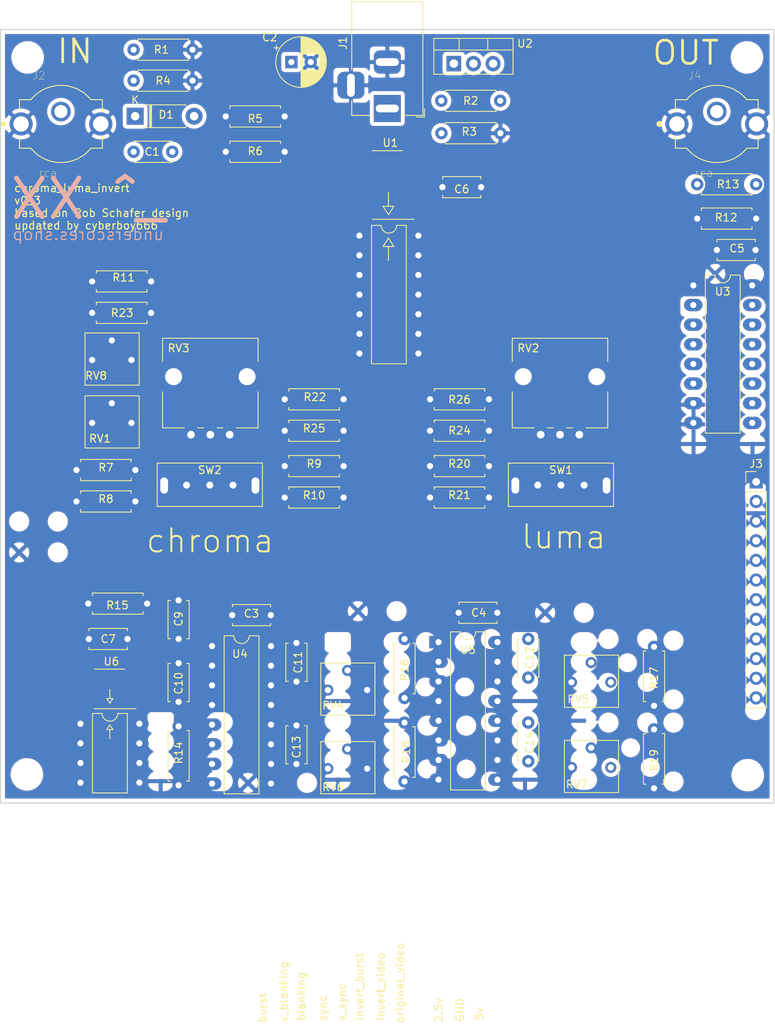
<source format=kicad_pcb>
(kicad_pcb (version 20171130) (host pcbnew 5.1.10)
  (title_block (title chroma_luma_invert) (date 2020-06-13) (company "circuit designed by Rob Schafer"))
  (layers (0 F.Cu signal) (31 B.Cu signal) (34 B.Paste user) (35 F.Paste user) (36 B.SilkS user) (37 F.SilkS user) (38 B.Mask user) (39 F.Mask user) (44 Edge.Cuts user))
  (net 0 "")
  (net 1 "Net-(C1-Pad1)")
  (net 2 "Net-(C1-Pad2)")
  (net 3 GND)
  (net 4 2.5V)
  (net 5 +5V)
  (net 6 original_video)
  (net 7 invert_video)
  (net 8 invert_burst)
  (net 9 sync)
  (net 10 v_sync)
  (net 11 blanking)
  (net 12 v_blanking)
  (net 13 burst_pulse)
  (net 14 "Net-(R2-Pad2)")
  (net 15 "Net-(R10-Pad1)")
  (net 16 "Net-(R16-Pad2)")
  (net 17 "Net-(R18-Pad2)")
  (net 18 /blanking_and_burst/blanking_enable)
  (net 19 "Net-(RV4-Pad3)")
  (net 20 "Net-(SW1-Pad3)")
  (net 21 "Net-(SW2-Pad3)")
  (net 22 "Net-(U3-Pad1)")
  (net 23 "Net-(U3-Pad2)")
  (net 24 "Net-(U3-Pad4)")
  (net 25 "Net-(U3-Pad12)")
  (net 26 "Net-(U3-Pad5)")
  (net 27 "Net-(U1-Pad12)")
  (net 28 "Net-(U5-Pad7)")
  (net 29 "Net-(U6-Pad7)")
  (net 30 "Net-(RV5-Pad3)")
  (net 31 "Net-(RV6-Pad3)")
  (net 32 "Net-(RV7-Pad3)")
  (net 33 "Net-(C9-Pad1)")
  (net 34 "Net-(C10-Pad1)")
  (net 35 "Net-(C11-Pad1)")
  (net 36 "Net-(C11-Pad2)")
  (net 37 "Net-(C12-Pad1)")
  (net 38 "Net-(C12-Pad2)")
  (net 39 "Net-(C13-Pad2)")
  (net 40 "Net-(C13-Pad1)")
  (net 41 "Net-(C14-Pad2)")
  (net 42 "Net-(C14-Pad1)")
  (net 43 "Net-(J3-Pad4)")
  (net 44 "Net-(J4-Pad1)")
  (net 45 "Net-(R5-Pad1)")
  (net 46 "Net-(R12-Pad2)")
  (net 47 "Net-(R12-Pad1)")
  (net 48 "Net-(R17-Pad2)")
  (net 49 "Net-(R19-Pad2)")
  (net 50 "Net-(U4-Pad9)")
  (net 51 "Net-(U4-Pad11)")
  (net 52 "Net-(U4-Pad7)")
  (net 53 "Net-(U5-Pad9)")
  (net 54 "Net-(U5-Pad11)")
  (net 55 "Net-(R7-Pad1)")
  (net 56 "Net-(R8-Pad2)")
  (net 57 "Net-(R10-Pad2)")
  (net 58 "Net-(R11-Pad1)")
  (net 59 "Net-(R20-Pad1)")
  (net 60 "Net-(R22-Pad1)")
  (net 61 "Net-(R23-Pad2)")
  (net 62 "Net-(RV8-Pad1)")
  (module MountingHole:MountingHole_3.2mm_M3 (layer F.Cu) (at 108.712 131.572)
    (fp_text reference REF** hide)
    (fp_text value MountingHole_3.2mm_M3)
    (pad 1 np_thru_hole circle (at 0 0) (size 3.2 3.2) (drill 3.2) (layers *.Cu *.Mask))
  )
  (module MountingHole:MountingHole_3.2mm_M3 (layer F.Cu) (at 201.676 131.572)
    (fp_text reference REF** hide)
    (fp_text value MountingHole_3.2mm_M3)
    (pad 1 np_thru_hole circle (at 0 0) (size 3.2 3.2) (drill 3.2) (layers *.Cu *.Mask))
  )
  (module MountingHole:MountingHole_3.2mm_M3 (layer F.Cu) (at 201.676 38.608)
    (fp_text reference REF** hide)
    (fp_text value MountingHole_3.2mm_M3)
    (pad 1 np_thru_hole circle (at 0 0) (size 3.2 3.2) (drill 3.2) (layers *.Cu *.Mask))
  )
  (module MountingHole:MountingHole_3.2mm_M3 (layer F.Cu) (at 108.712 38.608)
    (fp_text reference REF** hide)
    (fp_text value MountingHole_3.2mm_M3)
    (pad 1 np_thru_hole circle (at 0 0) (size 3.2 3.2) (drill 3.2) (layers *.Cu *.Mask))
  )
  (module Capacitor_THT:C_Disc_D4.7mm_W2.5mm_P5.00mm (layer F.Cu) (at 127.2 50.8 180)
    (fp_text reference C1 (at 2.6 0) (layer F.SilkS))
    (fp_text value 0.1u)
    (pad 1 thru_hole circle (at 0 0 180) (size 1.6 1.6) (drill 0.8) (layers *.Cu *.Mask) (net 1 "Net-(C1-Pad1)"))
    (pad 2 thru_hole circle (at 5 0 180) (size 1.6 1.6) (drill 0.8) (layers *.Cu *.Mask) (net 2 "Net-(C1-Pad2)"))
  )
  (module Capacitor_THT:CP_Radial_D6.3mm_P2.50mm (layer F.Cu) (at 142.6 39.2)
    (fp_text reference C2 (at -2.8 -3.2) (layer F.SilkS))
    (fp_text value 10uf)
    (pad 1 thru_hole rect (at 0 0) (size 1.6 1.6) (drill 0.8) (layers *.Cu *.Mask) (net 5 +5V))
    (pad 2 thru_hole circle (at 2.5 0) (size 1.6 1.6) (drill 0.8) (layers *.Cu *.Mask) (net 3 GND))
  )
  (module Capacitor_THT:C_Disc_D4.7mm_W2.5mm_P5.00mm (layer F.Cu) (at 134.944 110.708)
    (fp_text reference C3 (at 2.5 -0.2) (layer F.SilkS))
    (fp_text value 0.1u)
    (pad 2 thru_hole circle (at 5 0) (size 1.6 1.6) (drill 0.8) (layers *.Cu *.Mask) (net 5 +5V))
    (pad 1 thru_hole circle (at 0 0) (size 1.6 1.6) (drill 0.8) (layers *.Cu *.Mask) (net 3 GND))
  )
  (module Capacitor_THT:C_Disc_D4.7mm_W2.5mm_P5.00mm (layer F.Cu) (at 164.224 110.4)
    (fp_text reference C4 (at 2.6 0) (layer F.SilkS))
    (fp_text value 0.1u)
    (pad 1 thru_hole circle (at 0 0) (size 1.6 1.6) (drill 0.8) (layers *.Cu *.Mask) (net 3 GND))
    (pad 2 thru_hole circle (at 5 0) (size 1.6 1.6) (drill 0.8) (layers *.Cu *.Mask) (net 5 +5V))
  )
  (module Capacitor_THT:C_Disc_D4.7mm_W2.5mm_P5.00mm (layer F.Cu) (at 197.612 63.5)
    (fp_text reference C5 (at 2.6 -0.2) (layer F.SilkS))
    (fp_text value 0.1u)
    (pad 1 thru_hole circle (at 0 0) (size 1.6 1.6) (drill 0.8) (layers *.Cu *.Mask) (net 3 GND))
    (pad 2 thru_hole circle (at 5 0) (size 1.6 1.6) (drill 0.8) (layers *.Cu *.Mask) (net 5 +5V))
  )
  (module Capacitor_THT:C_Disc_D4.7mm_W2.5mm_P5.00mm (layer F.Cu) (at 167.132 55.372 180)
    (fp_text reference C6 (at 2.5 -0.265001) (layer F.SilkS))
    (fp_text value 0.1u)
    (pad 2 thru_hole circle (at 5 0 180) (size 1.6 1.6) (drill 0.8) (layers *.Cu *.Mask) (net 5 +5V))
    (pad 1 thru_hole circle (at 0 0 180) (size 1.6 1.6) (drill 0.8) (layers *.Cu *.Mask) (net 3 GND))
  )
  (module Capacitor_THT:C_Disc_D4.7mm_W2.5mm_P5.00mm (layer F.Cu) (at 121.412 113.792 180)
    (fp_text reference C7 (at 2.5 0) (layer F.SilkS))
    (fp_text value 0.1u)
    (pad 1 thru_hole circle (at 0 0 180) (size 1.6 1.6) (drill 0.8) (layers *.Cu *.Mask) (net 3 GND))
    (pad 2 thru_hole circle (at 5 0 180) (size 1.6 1.6) (drill 0.8) (layers *.Cu *.Mask) (net 5 +5V))
  )
  (module Capacitor_THT:C_Disc_D4.7mm_W2.5mm_P5.00mm (layer F.Cu) (at 128.016 113.792 90)
    (fp_text reference C9 (at 2.6 0 90) (layer F.SilkS))
    (fp_text value 0.1u)
    (pad 2 thru_hole circle (at 5 0 90) (size 1.6 1.6) (drill 0.8) (layers *.Cu *.Mask) (net 6 original_video))
    (pad 1 thru_hole circle (at 0 0 90) (size 1.6 1.6) (drill 0.8) (layers *.Cu *.Mask) (net 33 "Net-(C9-Pad1)"))
  )
  (module Capacitor_THT:C_Disc_D4.7mm_W2.5mm_P5.00mm (layer F.Cu) (at 128.016 121.92 90)
    (fp_text reference C10 (at 2.4 0 90) (layer F.SilkS))
    (fp_text value 0.1u)
    (pad 1 thru_hole circle (at 0 0 90) (size 1.6 1.6) (drill 0.8) (layers *.Cu *.Mask) (net 34 "Net-(C10-Pad1)"))
    (pad 2 thru_hole circle (at 5 0 90) (size 1.6 1.6) (drill 0.8) (layers *.Cu *.Mask) (net 3 GND))
  )
  (module Capacitor_THT:C_Disc_D4.7mm_W2.5mm_P5.00mm (layer F.Cu) (at 143.256 114.3 270)
    (fp_text reference C11 (at 2.5 -0.2 90) (layer F.SilkS))
    (fp_text value 0.1uf)
    (pad 1 thru_hole circle (at 0 0 270) (size 1.6 1.6) (drill 0.8) (layers *.Cu *.Mask) (net 35 "Net-(C11-Pad1)"))
    (pad 2 thru_hole circle (at 5 0 270) (size 1.6 1.6) (drill 0.8) (layers *.Cu *.Mask) (net 36 "Net-(C11-Pad2)"))
  )
  (module Capacitor_THT:C_Disc_D4.7mm_W2.5mm_P5.00mm (layer F.Cu) (at 173.228 113.792 270)
    (fp_text reference C12 (at 2.4 -0.2 90) (layer F.SilkS))
    (fp_text value 0.001u)
    (pad 1 thru_hole circle (at 0 0 270) (size 1.6 1.6) (drill 0.8) (layers *.Cu *.Mask) (net 37 "Net-(C12-Pad1)"))
    (pad 2 thru_hole circle (at 5 0 270) (size 1.6 1.6) (drill 0.8) (layers *.Cu *.Mask) (net 38 "Net-(C12-Pad2)"))
  )
  (module Capacitor_THT:C_Disc_D4.7mm_W2.5mm_P5.00mm (layer F.Cu) (at 143.256 124.968 270)
    (fp_text reference C13 (at 2.8 0 90) (layer F.SilkS))
    (fp_text value 1uf)
    (pad 2 thru_hole circle (at 5 0 270) (size 1.6 1.6) (drill 0.8) (layers *.Cu *.Mask) (net 39 "Net-(C13-Pad2)"))
    (pad 1 thru_hole circle (at 0 0 270) (size 1.6 1.6) (drill 0.8) (layers *.Cu *.Mask) (net 40 "Net-(C13-Pad1)"))
  )
  (module Capacitor_THT:C_Disc_D4.7mm_W2.5mm_P5.00mm (layer F.Cu) (at 173.228 124.6 270)
    (fp_text reference C14 (at 2.6 -0.2 90) (layer F.SilkS))
    (fp_text value 0.001u)
    (pad 2 thru_hole circle (at 5 0 270) (size 1.6 1.6) (drill 0.8) (layers *.Cu *.Mask) (net 41 "Net-(C14-Pad2)"))
    (pad 1 thru_hole circle (at 0 0 270) (size 1.6 1.6) (drill 0.8) (layers *.Cu *.Mask) (net 42 "Net-(C14-Pad1)"))
  )
  (module Diode_THT:D_DO-41_SOD81_P7.62mm_Horizontal (layer F.Cu) (at 122.4 46.2)
    (fp_text reference D1 (at 4 -0.2) (layer F.SilkS))
    (fp_text value 1n914)
    (fp_text user K (at 0 -2.1) (layer F.SilkS))
    (pad 1 thru_hole rect (at 0 0) (size 2.2 2.2) (drill 1.1) (layers *.Cu *.Mask) (net 1 "Net-(C1-Pad1)"))
    (pad 2 thru_hole oval (at 7.62 0) (size 2.2 2.2) (drill 1.1) (layers *.Cu *.Mask) (net 4 2.5V))
  )
  (module Connector_BarrelJack:BarrelJack_Horizontal (layer F.Cu) (at 155 45.2 270)
    (fp_text reference J1 (at -8.45 5.75 90) (layer F.SilkS))
    (fp_text value Barrel_Jack)
    (pad 1 thru_hole rect (at 0 0 270) (size 3.5 3.5) (drill oval 1 3) (layers *.Cu *.Mask) (net 5 +5V))
    (pad 2 thru_hole roundrect (at -6 0 270) (size 3 3.5) (drill oval 1 3) (layers *.Cu *.Mask) (net 3 GND))
    (pad 3 thru_hole roundrect (at -3 4.7 270) (size 3.5 3.5) (drill oval 3 1) (layers *.Cu *.Mask) (net 3 GND))
  )
  (module lib_fp:tht_vertical_rca (layer F.Cu) (at 112.8 47.2)
    (fp_text reference J2 (at -2.84404 -6.24388) (layer F.SilkS) (effects (font (size 1.00143 1.00143) (thickness 0.05))))
    (fp_text value rca (at -1.67672 6.32154) (layer F.SilkS) (effects (font (size 1.00104 1.00104) (thickness 0.05))))
    (pad 2 thru_hole circle (at -5.15 0) (size 3 3) (drill 2) (layers *.Cu *.Mask) (net 3 GND))
    (pad 2 thru_hole circle (at 5.15 0) (size 3 3) (drill 2) (layers *.Cu *.Mask) (net 3 GND))
    (pad 1 thru_hole circle (at 0 -1.6) (size 2.55 2.55) (drill 1.7) (layers *.Cu *.Mask) (net 2 "Net-(C1-Pad2)"))
  )
  (module lib_fp:tht_vertical_rca (layer F.Cu) (at 197.6 47.2)
    (fp_text reference J4 (at -2.84404 -6.24388) (layer F.SilkS) (effects (font (size 1.00143 1.00143) (thickness 0.05))))
    (fp_text value rca (at -1.67672 6.32154) (layer F.SilkS) (effects (font (size 1.00104 1.00104) (thickness 0.05))))
    (pad 1 thru_hole circle (at 0 -1.6) (size 2.55 2.55) (drill 1.7) (layers *.Cu *.Mask) (net 44 "Net-(J4-Pad1)"))
    (pad 2 thru_hole circle (at 5.15 0) (size 3 3) (drill 2) (layers *.Cu *.Mask) (net 3 GND))
    (pad 2 thru_hole circle (at -5.15 0) (size 3 3) (drill 2) (layers *.Cu *.Mask) (net 3 GND))
  )
  (module Resistor_THT:R_Axial_DIN0207_L6.3mm_D2.5mm_P7.62mm_Horizontal (layer F.Cu) (at 122.2 37.6)
    (fp_text reference R1 (at 3.6 0) (layer F.SilkS))
    (fp_text value 75)
    (pad 1 thru_hole circle (at 0 0) (size 1.6 1.6) (drill 0.8) (layers *.Cu *.Mask) (net 2 "Net-(C1-Pad2)"))
    (pad 2 thru_hole oval (at 7.62 0) (size 1.6 1.6) (drill 0.8) (layers *.Cu *.Mask) (net 3 GND))
  )
  (module Resistor_THT:R_Axial_DIN0207_L6.3mm_D2.5mm_P7.62mm_Horizontal (layer F.Cu) (at 169.6 44.2 180)
    (fp_text reference R2 (at 3.81 0) (layer F.SilkS))
    (fp_text value 100)
    (pad 2 thru_hole oval (at 7.62 0 180) (size 1.6 1.6) (drill 0.8) (layers *.Cu *.Mask) (net 14 "Net-(R2-Pad2)"))
    (pad 1 thru_hole circle (at 0 0 180) (size 1.6 1.6) (drill 0.8) (layers *.Cu *.Mask) (net 4 2.5V))
  )
  (module Resistor_THT:R_Axial_DIN0207_L6.3mm_D2.5mm_P7.62mm_Horizontal (layer F.Cu) (at 162 48.4)
    (fp_text reference R3 (at 3.6 -0.2) (layer F.SilkS))
    (fp_text value 100)
    (pad 1 thru_hole circle (at 0 0) (size 1.6 1.6) (drill 0.8) (layers *.Cu *.Mask) (net 14 "Net-(R2-Pad2)"))
    (pad 2 thru_hole oval (at 7.62 0) (size 1.6 1.6) (drill 0.8) (layers *.Cu *.Mask) (net 3 GND))
  )
  (module Resistor_THT:R_Axial_DIN0207_L6.3mm_D2.5mm_P7.62mm_Horizontal (layer F.Cu) (at 122.2 41.6)
    (fp_text reference R4 (at 3.81 0) (layer F.SilkS))
    (fp_text value 1m)
    (pad 1 thru_hole circle (at 0 0) (size 1.6 1.6) (drill 0.8) (layers *.Cu *.Mask) (net 1 "Net-(C1-Pad1)"))
    (pad 2 thru_hole oval (at 7.62 0) (size 1.6 1.6) (drill 0.8) (layers *.Cu *.Mask) (net 3 GND))
  )
  (module Resistor_THT:R_Axial_DIN0207_L6.3mm_D2.5mm_P7.62mm_Horizontal (layer F.Cu) (at 141.732 46.228 180)
    (fp_text reference R5 (at 3.81 -0.295001) (layer F.SilkS))
    (fp_text value 1k)
    (pad 1 thru_hole circle (at 0 0 180) (size 1.6 1.6) (drill 0.8) (layers *.Cu *.Mask) (net 45 "Net-(R5-Pad1)"))
    (pad 2 thru_hole oval (at 7.62 0 180) (size 1.6 1.6) (drill 0.8) (layers *.Cu *.Mask) (net 4 2.5V))
  )
  (module Resistor_THT:R_Axial_DIN0207_L6.3mm_D2.5mm_P7.62mm_Horizontal (layer F.Cu) (at 134.112 50.8)
    (fp_text reference R6 (at 3.816999 -0.077001) (layer F.SilkS))
    (fp_text value 1k)
    (pad 2 thru_hole oval (at 7.62 0) (size 1.6 1.6) (drill 0.8) (layers *.Cu *.Mask) (net 45 "Net-(R5-Pad1)"))
    (pad 1 thru_hole circle (at 0 0) (size 1.6 1.6) (drill 0.8) (layers *.Cu *.Mask) (net 6 original_video))
  )
  (module Resistor_THT:R_Axial_DIN0207_L6.3mm_D2.5mm_P7.62mm_Horizontal (layer F.Cu) (at 202.692 59.436 180)
    (fp_text reference R12 (at 3.884 0.144) (layer F.SilkS))
    (fp_text value 1k)
    (pad 2 thru_hole oval (at 7.62 0 180) (size 1.6 1.6) (drill 0.8) (layers *.Cu *.Mask) (net 46 "Net-(R12-Pad2)"))
    (pad 1 thru_hole circle (at 0 0 180) (size 1.6 1.6) (drill 0.8) (layers *.Cu *.Mask) (net 47 "Net-(R12-Pad1)"))
  )
  (module Resistor_THT:R_Axial_DIN0207_L6.3mm_D2.5mm_P7.62mm_Horizontal (layer F.Cu) (at 195.072 55)
    (fp_text reference R13 (at 4 0) (layer F.SilkS))
    (fp_text value 75)
    (pad 2 thru_hole oval (at 7.62 0) (size 1.6 1.6) (drill 0.8) (layers *.Cu *.Mask) (net 47 "Net-(R12-Pad1)"))
    (pad 1 thru_hole circle (at 0 0) (size 1.6 1.6) (drill 0.8) (layers *.Cu *.Mask) (net 44 "Net-(J4-Pad1)"))
  )
  (module Resistor_THT:R_Axial_DIN0207_L6.3mm_D2.5mm_P7.62mm_Horizontal (layer F.Cu) (at 128.016 132.708 90)
    (fp_text reference R14 (at 4.2 0 90) (layer F.SilkS))
    (fp_text value 680k)
    (pad 1 thru_hole circle (at 0 0 90) (size 1.6 1.6) (drill 0.8) (layers *.Cu *.Mask) (net 3 GND))
    (pad 2 thru_hole oval (at 7.62 0 90) (size 1.6 1.6) (drill 0.8) (layers *.Cu *.Mask) (net 34 "Net-(C10-Pad1)"))
  )
  (module Resistor_THT:R_Axial_DIN0207_L6.3mm_D2.5mm_P7.62mm_Horizontal (layer F.Cu) (at 123.952 109.22 180)
    (fp_text reference R15 (at 3.840999 -0.215001) (layer F.SilkS))
    (fp_text value 10k)
    (pad 2 thru_hole oval (at 7.62 0 180) (size 1.6 1.6) (drill 0.8) (layers *.Cu *.Mask) (net 5 +5V))
    (pad 1 thru_hole circle (at 0 0 180) (size 1.6 1.6) (drill 0.8) (layers *.Cu *.Mask) (net 18 /blanking_and_burst/blanking_enable))
  )
  (module Resistor_THT:R_Axial_DIN0207_L6.3mm_D2.5mm_P7.62mm_Horizontal (layer F.Cu) (at 157.224 113.8 270)
    (fp_text reference R16 (at 4 0 90) (layer F.SilkS))
    (fp_text value 12k)
    (pad 2 thru_hole oval (at 7.62 0 270) (size 1.6 1.6) (drill 0.8) (layers *.Cu *.Mask) (net 16 "Net-(R16-Pad2)"))
    (pad 1 thru_hole circle (at 0 0 270) (size 1.6 1.6) (drill 0.8) (layers *.Cu *.Mask) (net 36 "Net-(C11-Pad2)"))
  )
  (module Resistor_THT:R_Axial_DIN0207_L6.3mm_D2.5mm_P7.62mm_Horizontal (layer F.Cu) (at 189.484 122.428 90)
    (fp_text reference R17 (at 3.6 0 90) (layer F.SilkS))
    (fp_text value 10k)
    (pad 2 thru_hole oval (at 7.62 0 90) (size 1.6 1.6) (drill 0.8) (layers *.Cu *.Mask) (net 48 "Net-(R17-Pad2)"))
    (pad 1 thru_hole circle (at 0 0 90) (size 1.6 1.6) (drill 0.8) (layers *.Cu *.Mask) (net 38 "Net-(C12-Pad2)"))
  )
  (module Resistor_THT:R_Axial_DIN0207_L6.3mm_D2.5mm_P7.62mm_Horizontal (layer F.Cu) (at 157.224 124.6 270)
    (fp_text reference R18 (at 3.8 -0.2 90) (layer F.SilkS))
    (fp_text value 22k)
    (pad 1 thru_hole circle (at 0 0 270) (size 1.6 1.6) (drill 0.8) (layers *.Cu *.Mask) (net 39 "Net-(C13-Pad2)"))
    (pad 2 thru_hole oval (at 7.62 0 270) (size 1.6 1.6) (drill 0.8) (layers *.Cu *.Mask) (net 17 "Net-(R18-Pad2)"))
  )
  (module Resistor_THT:R_Axial_DIN0207_L6.3mm_D2.5mm_P7.62mm_Horizontal (layer F.Cu) (at 189.484 133.096 90)
    (fp_text reference R19 (at 3.6 0 90) (layer F.SilkS))
    (fp_text value 68k)
    (pad 1 thru_hole circle (at 0 0 90) (size 1.6 1.6) (drill 0.8) (layers *.Cu *.Mask) (net 41 "Net-(C14-Pad2)"))
    (pad 2 thru_hole oval (at 7.62 0 90) (size 1.6 1.6) (drill 0.8) (layers *.Cu *.Mask) (net 49 "Net-(R19-Pad2)"))
  )
  (module lib_fp:tht_vertical_trimpot_3362 (layer F.Cu) (at 152.4 120.396 90)
    (fp_text reference RV4 (at -2 -4.4 180) (layer F.SilkS))
    (fp_text value 10k_trim)
    (pad 1 thru_hole circle (at 0 0 90) (size 1.44 1.44) (drill 0.8) (layers *.Cu *.Mask) (net 5 +5V))
    (pad 2 thru_hole circle (at 2.54 -2.54 90) (size 1.44 1.44) (drill 0.8) (layers *.Cu *.Mask) (net 16 "Net-(R16-Pad2)"))
    (pad 3 thru_hole circle (at 0 -5.08 90) (size 1.44 1.44) (drill 0.8) (layers *.Cu *.Mask) (net 19 "Net-(RV4-Pad3)"))
  )
  (module lib_fp:tht_vertical_trimpot_3362 (layer F.Cu) (at 183.896 119.38 90)
    (fp_text reference RV5 (at -2.2 -4.2 180) (layer F.SilkS))
    (fp_text value 5k_trim)
    (pad 1 thru_hole circle (at 0 0 90) (size 1.44 1.44) (drill 0.8) (layers *.Cu *.Mask) (net 5 +5V))
    (pad 2 thru_hole circle (at 2.54 -2.54 90) (size 1.44 1.44) (drill 0.8) (layers *.Cu *.Mask) (net 48 "Net-(R17-Pad2)"))
    (pad 3 thru_hole circle (at 0 -5.08 90) (size 1.44 1.44) (drill 0.8) (layers *.Cu *.Mask) (net 30 "Net-(RV5-Pad3)"))
  )
  (module lib_fp:tht_vertical_trimpot_3362 (layer F.Cu) (at 152.4 130.556 90)
    (fp_text reference RV6 (at -2.4 -4.4 180) (layer F.SilkS))
    (fp_text value 10k_trim)
    (pad 3 thru_hole circle (at 0 -5.08 90) (size 1.44 1.44) (drill 0.8) (layers *.Cu *.Mask) (net 31 "Net-(RV6-Pad3)"))
    (pad 2 thru_hole circle (at 2.54 -2.54 90) (size 1.44 1.44) (drill 0.8) (layers *.Cu *.Mask) (net 17 "Net-(R18-Pad2)"))
    (pad 1 thru_hole circle (at 0 0 90) (size 1.44 1.44) (drill 0.8) (layers *.Cu *.Mask) (net 5 +5V))
  )
  (module lib_fp:tht_vertical_trimpot_3362 (layer F.Cu) (at 183.896 130.4 90)
    (fp_text reference RV7 (at -2.2 -4.4) (layer F.SilkS))
    (fp_text value 10k_trim)
    (pad 1 thru_hole circle (at 0 0 90) (size 1.44 1.44) (drill 0.8) (layers *.Cu *.Mask) (net 5 +5V))
    (pad 2 thru_hole circle (at 2.54 -2.54 90) (size 1.44 1.44) (drill 0.8) (layers *.Cu *.Mask) (net 49 "Net-(R19-Pad2)"))
    (pad 3 thru_hole circle (at 0 -5.08 90) (size 1.44 1.44) (drill 0.8) (layers *.Cu *.Mask) (net 32 "Net-(RV7-Pad3)"))
  )
  (module Package_TO_SOT_THT:TO-220-3_Vertical (layer F.Cu) (at 163.6 39.4)
    (fp_text reference U2 (at 9.2 -2.6) (layer F.SilkS))
    (fp_text value LM317)
    (pad 1 thru_hole rect (at 0 0) (size 1.905 2) (drill 1.1) (layers *.Cu *.Mask) (net 14 "Net-(R2-Pad2)"))
    (pad 2 thru_hole oval (at 2.54 0) (size 1.905 2) (drill 1.1) (layers *.Cu *.Mask) (net 4 2.5V))
    (pad 3 thru_hole oval (at 5.08 0) (size 1.905 2) (drill 1.1) (layers *.Cu *.Mask) (net 5 +5V))
  )
  (module Package_DIP:DIP-16_W7.62mm_LongPads (layer F.Cu) (at 194.564 68.072)
    (fp_text reference U3 (at 3.8 0.8) (layer F.SilkS))
    (fp_text value CD4051)
    (pad 16 thru_hole oval (at 7.62 0) (size 2.4 1.6) (drill 0.8) (layers *.Cu *.Mask) (net 5 +5V))
    (pad 8 thru_hole oval (at 0 17.78) (size 2.4 1.6) (drill 0.8) (layers *.Cu *.Mask) (net 3 GND))
    (pad 15 thru_hole oval (at 7.62 2.54) (size 2.4 1.6) (drill 0.8) (layers *.Cu *.Mask) (net 8 invert_burst))
    (pad 7 thru_hole oval (at 0 15.24) (size 2.4 1.6) (drill 0.8) (layers *.Cu *.Mask) (net 3 GND))
    (pad 14 thru_hole oval (at 7.62 5.08) (size 2.4 1.6) (drill 0.8) (layers *.Cu *.Mask) (net 7 invert_video))
    (pad 6 thru_hole oval (at 0 12.7) (size 2.4 1.6) (drill 0.8) (layers *.Cu *.Mask) (net 3 GND))
    (pad 13 thru_hole oval (at 7.62 7.62) (size 2.4 1.6) (drill 0.8) (layers *.Cu *.Mask) (net 6 original_video))
    (pad 5 thru_hole oval (at 0 10.16) (size 2.4 1.6) (drill 0.8) (layers *.Cu *.Mask) (net 26 "Net-(U3-Pad5)"))
    (pad 12 thru_hole oval (at 7.62 10.16) (size 2.4 1.6) (drill 0.8) (layers *.Cu *.Mask) (net 25 "Net-(U3-Pad12)"))
    (pad 4 thru_hole oval (at 0 7.62) (size 2.4 1.6) (drill 0.8) (layers *.Cu *.Mask) (net 24 "Net-(U3-Pad4)"))
    (pad 11 thru_hole oval (at 7.62 12.7) (size 2.4 1.6) (drill 0.8) (layers *.Cu *.Mask) (net 11 blanking))
    (pad 3 thru_hole oval (at 0 5.08) (size 2.4 1.6) (drill 0.8) (layers *.Cu *.Mask) (net 27 "Net-(U1-Pad12)"))
    (pad 10 thru_hole oval (at 7.62 15.24) (size 2.4 1.6) (drill 0.8) (layers *.Cu *.Mask) (net 13 burst_pulse))
    (pad 2 thru_hole oval (at 0 2.54) (size 2.4 1.6) (drill 0.8) (layers *.Cu *.Mask) (net 23 "Net-(U3-Pad2)"))
    (pad 9 thru_hole oval (at 7.62 17.78) (size 2.4 1.6) (drill 0.8) (layers *.Cu *.Mask) (net 3 GND))
    (pad 1 thru_hole rect (at 0 0) (size 2.4 1.6) (drill 0.8) (layers *.Cu *.Mask) (net 22 "Net-(U3-Pad1)"))
  )
  (module Package_DIP:DIP-16_W7.62mm_LongPads (layer F.Cu) (at 132.344 114.708)
    (fp_text reference U4 (at 3.6 1) (layer F.SilkS))
    (fp_text value 74HC4538)
    (pad 1 thru_hole rect (at 0 0) (size 2.4 1.6) (drill 0.8) (layers *.Cu *.Mask) (net 35 "Net-(C11-Pad1)"))
    (pad 9 thru_hole oval (at 7.62 17.78) (size 2.4 1.6) (drill 0.8) (layers *.Cu *.Mask) (net 50 "Net-(U4-Pad9)"))
    (pad 2 thru_hole oval (at 0 2.54) (size 2.4 1.6) (drill 0.8) (layers *.Cu *.Mask) (net 36 "Net-(C11-Pad2)"))
    (pad 10 thru_hole oval (at 7.62 15.24) (size 2.4 1.6) (drill 0.8) (layers *.Cu *.Mask) (net 12 v_blanking))
    (pad 3 thru_hole oval (at 0 5.08) (size 2.4 1.6) (drill 0.8) (layers *.Cu *.Mask) (net 5 +5V))
    (pad 11 thru_hole oval (at 7.62 12.7) (size 2.4 1.6) (drill 0.8) (layers *.Cu *.Mask) (net 51 "Net-(U4-Pad11)"))
    (pad 4 thru_hole oval (at 0 7.62) (size 2.4 1.6) (drill 0.8) (layers *.Cu *.Mask) (net 3 GND))
    (pad 12 thru_hole oval (at 7.62 10.16) (size 2.4 1.6) (drill 0.8) (layers *.Cu *.Mask) (net 3 GND))
    (pad 5 thru_hole oval (at 0 10.16) (size 2.4 1.6) (drill 0.8) (layers *.Cu *.Mask) (net 10 v_sync))
    (pad 13 thru_hole oval (at 7.62 7.62) (size 2.4 1.6) (drill 0.8) (layers *.Cu *.Mask) (net 5 +5V))
    (pad 6 thru_hole oval (at 0 12.7) (size 2.4 1.6) (drill 0.8) (layers *.Cu *.Mask) (net 51 "Net-(U4-Pad11)"))
    (pad 14 thru_hole oval (at 7.62 5.08) (size 2.4 1.6) (drill 0.8) (layers *.Cu *.Mask) (net 39 "Net-(C13-Pad2)"))
    (pad 7 thru_hole oval (at 0 15.24) (size 2.4 1.6) (drill 0.8) (layers *.Cu *.Mask) (net 52 "Net-(U4-Pad7)"))
    (pad 15 thru_hole oval (at 7.62 2.54) (size 2.4 1.6) (drill 0.8) (layers *.Cu *.Mask) (net 40 "Net-(C13-Pad1)"))
    (pad 8 thru_hole oval (at 0 17.78) (size 2.4 1.6) (drill 0.8) (layers *.Cu *.Mask) (net 3 GND))
    (pad 16 thru_hole oval (at 7.62 0) (size 2.4 1.6) (drill 0.8) (layers *.Cu *.Mask) (net 5 +5V))
  )
  (module Package_DIP:DIP-16_W7.62mm_LongPads (layer F.Cu) (at 161.624 114.2)
    (fp_text reference U5 (at 3.81 1) (layer F.SilkS))
    (fp_text value 74HC4538)
    (pad 1 thru_hole rect (at 0 0) (size 2.4 1.6) (drill 0.8) (layers *.Cu *.Mask) (net 37 "Net-(C12-Pad1)"))
    (pad 9 thru_hole oval (at 7.62 17.78) (size 2.4 1.6) (drill 0.8) (layers *.Cu *.Mask) (net 53 "Net-(U5-Pad9)"))
    (pad 2 thru_hole oval (at 0 2.54) (size 2.4 1.6) (drill 0.8) (layers *.Cu *.Mask) (net 38 "Net-(C12-Pad2)"))
    (pad 10 thru_hole oval (at 7.62 15.24) (size 2.4 1.6) (drill 0.8) (layers *.Cu *.Mask) (net 11 blanking))
    (pad 3 thru_hole oval (at 0 5.08) (size 2.4 1.6) (drill 0.8) (layers *.Cu *.Mask) (net 12 v_blanking))
    (pad 11 thru_hole oval (at 7.62 12.7) (size 2.4 1.6) (drill 0.8) (layers *.Cu *.Mask) (net 54 "Net-(U5-Pad11)"))
    (pad 4 thru_hole oval (at 0 7.62) (size 2.4 1.6) (drill 0.8) (layers *.Cu *.Mask) (net 3 GND))
    (pad 12 thru_hole oval (at 7.62 10.16) (size 2.4 1.6) (drill 0.8) (layers *.Cu *.Mask) (net 3 GND))
    (pad 5 thru_hole oval (at 0 10.16) (size 2.4 1.6) (drill 0.8) (layers *.Cu *.Mask) (net 9 sync))
    (pad 13 thru_hole oval (at 7.62 7.62) (size 2.4 1.6) (drill 0.8) (layers *.Cu *.Mask) (net 18 /blanking_and_burst/blanking_enable))
    (pad 6 thru_hole oval (at 0 12.7) (size 2.4 1.6) (drill 0.8) (layers *.Cu *.Mask) (net 54 "Net-(U5-Pad11)"))
    (pad 14 thru_hole oval (at 7.62 5.08) (size 2.4 1.6) (drill 0.8) (layers *.Cu *.Mask) (net 41 "Net-(C14-Pad2)"))
    (pad 7 thru_hole oval (at 0 15.24) (size 2.4 1.6) (drill 0.8) (layers *.Cu *.Mask) (net 28 "Net-(U5-Pad7)"))
    (pad 15 thru_hole oval (at 7.62 2.54) (size 2.4 1.6) (drill 0.8) (layers *.Cu *.Mask) (net 42 "Net-(C14-Pad1)"))
    (pad 8 thru_hole oval (at 0 17.78) (size 2.4 1.6) (drill 0.8) (layers *.Cu *.Mask) (net 3 GND))
    (pad 16 thru_hole oval (at 7.62 0) (size 2.4 1.6) (drill 0.8) (layers *.Cu *.Mask) (net 5 +5V))
  )
  (module Connector_PinHeader_2.54mm:PinHeader_1x12_P2.54mm_Vertical (layer F.Cu) (at 202.692 93.472)
    (fp_text reference J3 (at 0 -2.33) (layer F.SilkS))
    (fp_text value Conn_01x12)
    (pad 1 thru_hole rect (at 0 0) (size 1.7 1.7) (drill 1) (layers *.Cu *.Mask) (net 5 +5V))
    (pad 2 thru_hole oval (at 0 2.54) (size 1.7 1.7) (drill 1) (layers *.Cu *.Mask) (net 3 GND))
    (pad 3 thru_hole oval (at 0 5.08) (size 1.7 1.7) (drill 1) (layers *.Cu *.Mask) (net 4 2.5V))
    (pad 4 thru_hole oval (at 0 7.62) (size 1.7 1.7) (drill 1) (layers *.Cu *.Mask) (net 43 "Net-(J3-Pad4)"))
    (pad 5 thru_hole oval (at 0 10.16) (size 1.7 1.7) (drill 1) (layers *.Cu *.Mask) (net 6 original_video))
    (pad 6 thru_hole oval (at 0 12.7) (size 1.7 1.7) (drill 1) (layers *.Cu *.Mask) (net 7 invert_video))
    (pad 7 thru_hole oval (at 0 15.24) (size 1.7 1.7) (drill 1) (layers *.Cu *.Mask) (net 8 invert_burst))
    (pad 8 thru_hole oval (at 0 17.78) (size 1.7 1.7) (drill 1) (layers *.Cu *.Mask) (net 10 v_sync))
    (pad 9 thru_hole oval (at 0 20.32) (size 1.7 1.7) (drill 1) (layers *.Cu *.Mask) (net 9 sync))
    (pad 10 thru_hole oval (at 0 22.86) (size 1.7 1.7) (drill 1) (layers *.Cu *.Mask) (net 11 blanking))
    (pad 11 thru_hole oval (at 0 25.4) (size 1.7 1.7) (drill 1) (layers *.Cu *.Mask) (net 12 v_blanking))
    (pad 12 thru_hole oval (at 0 27.94) (size 1.7 1.7) (drill 1) (layers *.Cu *.Mask) (net 13 burst_pulse))
  )
  (module lib_fp:DIP+SOIC_14 (layer F.Cu) (at 155.448 59.944)
    (fp_text reference U1 (at -0.05 -10.3) (layer F.SilkS))
    (fp_text value AD8044)
    (pad 14 smd roundrect (at -2.925 -1.04 180) (size 1.95 0.6) (layers F.Cu F.Paste F.Mask) (net 47 "Net-(R12-Pad1)"))
    (pad 13 smd roundrect (at -2.925 -2.31 180) (size 1.95 0.6) (layers F.Cu F.Paste F.Mask) (net 46 "Net-(R12-Pad2)"))
    (pad 12 smd roundrect (at -2.925 -3.58 180) (size 1.95 0.6) (layers F.Cu F.Paste F.Mask) (net 27 "Net-(U1-Pad12)"))
    (pad 11 smd roundrect (at -2.925 -4.85 180) (size 1.95 0.6) (layers F.Cu F.Paste F.Mask) (net 3 GND))
    (pad 10 smd roundrect (at -2.925 -6.12 180) (size 1.95 0.6) (layers F.Cu F.Paste F.Mask) (net 59 "Net-(R20-Pad1)"))
    (pad 9 smd roundrect (at -2.925 -7.39 180) (size 1.95 0.6) (layers F.Cu F.Paste F.Mask) (net 60 "Net-(R22-Pad1)"))
    (pad 8 smd roundrect (at -2.925 -8.66 180) (size 1.95 0.6) (layers F.Cu F.Paste F.Mask) (net 8 invert_burst))
    (pad 7 smd roundrect (at 2.025 -8.66 180) (size 1.95 0.6) (layers F.Cu F.Paste F.Mask) (net 7 invert_video))
    (pad 6 smd roundrect (at 2.025 -7.39 180) (size 1.95 0.6) (layers F.Cu F.Paste F.Mask) (net 58 "Net-(R11-Pad1)"))
    (pad 5 smd roundrect (at 2.025 -6.12 180) (size 1.95 0.6) (layers F.Cu F.Paste F.Mask) (net 15 "Net-(R10-Pad1)"))
    (pad 4 smd roundrect (at 2.025 -4.85 180) (size 1.95 0.6) (layers F.Cu F.Paste F.Mask) (net 5 +5V))
    (pad 3 smd roundrect (at 2.025 -3.58 180) (size 1.95 0.6) (layers F.Cu F.Paste F.Mask) (net 1 "Net-(C1-Pad1)"))
    (pad 2 smd roundrect (at 2.025 -2.31 180) (size 1.95 0.6) (layers F.Cu F.Paste F.Mask) (net 45 "Net-(R5-Pad1)"))
    (pad 1 smd roundrect (at 2.025 -1.04 180) (size 1.95 0.6) (layers F.Cu F.Paste F.Mask) (net 6 original_video))
    (pad 14 thru_hole oval (at 3.57 1.7) (size 2.4 1.6) (drill 0.8) (layers *.Cu *.Mask) (net 47 "Net-(R12-Pad1)"))
    (pad 7 thru_hole oval (at -4.05 16.94) (size 2.4 1.6) (drill 0.8) (layers *.Cu *.Mask) (net 7 invert_video))
    (pad 13 thru_hole oval (at 3.57 4.24) (size 2.4 1.6) (drill 0.8) (layers *.Cu *.Mask) (net 46 "Net-(R12-Pad2)"))
    (pad 6 thru_hole oval (at -4.05 14.4) (size 2.4 1.6) (drill 0.8) (layers *.Cu *.Mask) (net 58 "Net-(R11-Pad1)"))
    (pad 12 thru_hole oval (at 3.57 6.78) (size 2.4 1.6) (drill 0.8) (layers *.Cu *.Mask) (net 27 "Net-(U1-Pad12)"))
    (pad 5 thru_hole oval (at -4.05 11.86) (size 2.4 1.6) (drill 0.8) (layers *.Cu *.Mask) (net 15 "Net-(R10-Pad1)"))
    (pad 11 thru_hole oval (at 3.57 9.32) (size 2.4 1.6) (drill 0.8) (layers *.Cu *.Mask) (net 3 GND))
    (pad 4 thru_hole oval (at -4.05 9.32) (size 2.4 1.6) (drill 0.8) (layers *.Cu *.Mask) (net 5 +5V))
    (pad 10 thru_hole oval (at 3.57 11.86) (size 2.4 1.6) (drill 0.8) (layers *.Cu *.Mask) (net 59 "Net-(R20-Pad1)"))
    (pad 3 thru_hole oval (at -4.05 6.78) (size 2.4 1.6) (drill 0.8) (layers *.Cu *.Mask) (net 1 "Net-(C1-Pad1)"))
    (pad 9 thru_hole oval (at 3.57 14.4) (size 2.4 1.6) (drill 0.8) (layers *.Cu *.Mask) (net 60 "Net-(R22-Pad1)"))
    (pad 2 thru_hole oval (at -4.05 4.24) (size 2.4 1.6) (drill 0.8) (layers *.Cu *.Mask) (net 45 "Net-(R5-Pad1)"))
    (pad 8 thru_hole oval (at 3.57 16.94) (size 2.4 1.6) (drill 0.8) (layers *.Cu *.Mask) (net 8 invert_burst))
    (pad 1 thru_hole rect (at -4.05 1.7) (size 2.4 1.6) (drill 0.8) (layers *.Cu *.Mask) (net 6 original_video))
  )
  (module lib_fp:DIP-SOIC-8 (layer F.Cu) (at 119.028 118.6)
    (fp_text reference U6 (at 0.3 -1.9) (layer F.SilkS))
    (fp_text value LM1881)
    (pad 1 thru_hole rect (at -3.7 6.15) (size 2.4 1.6) (drill 0.8) (layers *.Cu *.Mask) (net 9 sync))
    (pad 5 thru_hole oval (at 3.92 13.77) (size 2.4 1.6) (drill 0.8) (layers *.Cu *.Mask) (net 13 burst_pulse))
    (pad 2 thru_hole oval (at -3.7 8.69) (size 2.4 1.6) (drill 0.8) (layers *.Cu *.Mask) (net 33 "Net-(C9-Pad1)"))
    (pad 6 thru_hole oval (at 3.92 11.23) (size 2.4 1.6) (drill 0.8) (layers *.Cu *.Mask) (net 34 "Net-(C10-Pad1)"))
    (pad 3 thru_hole oval (at -3.7 11.23) (size 2.4 1.6) (drill 0.8) (layers *.Cu *.Mask) (net 10 v_sync))
    (pad 7 thru_hole oval (at 3.92 8.69) (size 2.4 1.6) (drill 0.8) (layers *.Cu *.Mask) (net 29 "Net-(U6-Pad7)"))
    (pad 4 thru_hole oval (at -3.7 13.77) (size 2.4 1.6) (drill 0.8) (layers *.Cu *.Mask) (net 3 GND))
    (pad 8 thru_hole oval (at 3.92 6.15) (size 2.4 1.6) (drill 0.8) (layers *.Cu *.Mask) (net 5 +5V))
    (pad 1 smd roundrect (at 2.525 3.555 180) (size 1.95 0.6) (layers F.Cu F.Paste F.Mask) (net 9 sync))
    (pad 2 smd roundrect (at 2.525 2.285 180) (size 1.95 0.6) (layers F.Cu F.Paste F.Mask) (net 33 "Net-(C9-Pad1)"))
    (pad 3 smd roundrect (at 2.525 1.015 180) (size 1.95 0.6) (layers F.Cu F.Paste F.Mask) (net 10 v_sync))
    (pad 4 smd roundrect (at 2.525 -0.255 180) (size 1.95 0.6) (layers F.Cu F.Paste F.Mask) (net 3 GND))
    (pad 5 smd roundrect (at -2.425 -0.255 180) (size 1.95 0.6) (layers F.Cu F.Paste F.Mask) (net 13 burst_pulse))
    (pad 6 smd roundrect (at -2.425 1.015 180) (size 1.95 0.6) (layers F.Cu F.Paste F.Mask) (net 34 "Net-(C10-Pad1)"))
    (pad 7 smd roundrect (at -2.425 2.285 180) (size 1.95 0.6) (layers F.Cu F.Paste F.Mask) (net 29 "Net-(U6-Pad7)"))
    (pad 8 smd roundrect (at -2.425 3.555 180) (size 1.95 0.6) (layers F.Cu F.Paste F.Mask) (net 5 +5V))
  )
  (module Resistor_THT:R_Axial_DIN0207_L6.3mm_D2.5mm_P7.62mm_Horizontal (layer F.Cu) (at 114.808 91.948)
    (fp_text reference R7 (at 3.81 -0.319001) (layer F.SilkS))
    (fp_text value ??k)
    (pad 2 thru_hole oval (at 7.62 0) (size 1.6 1.6) (drill 0.8) (layers *.Cu *.Mask) (net 5 +5V))
    (pad 1 thru_hole circle (at 0 0) (size 1.6 1.6) (drill 0.8) (layers *.Cu *.Mask) (net 55 "Net-(R7-Pad1)"))
  )
  (module Resistor_THT:R_Axial_DIN0207_L6.3mm_D2.5mm_P7.62mm_Horizontal (layer F.Cu) (at 114.808 96.012)
    (fp_text reference R8 (at 3.81 -0.319001) (layer F.SilkS))
    (fp_text value ??k)
    (pad 2 thru_hole oval (at 7.62 0) (size 1.6 1.6) (drill 0.8) (layers *.Cu *.Mask) (net 56 "Net-(R8-Pad2)"))
    (pad 1 thru_hole circle (at 0 0) (size 1.6 1.6) (drill 0.8) (layers *.Cu *.Mask) (net 3 GND))
  )
  (module Resistor_THT:R_Axial_DIN0207_L6.3mm_D2.5mm_P7.62mm_Horizontal (layer F.Cu) (at 141.732 91.44)
    (fp_text reference R9 (at 3.81 -0.305001) (layer F.SilkS))
    (fp_text value ??10k)
    (pad 1 thru_hole circle (at 0 0) (size 1.6 1.6) (drill 0.8) (layers *.Cu *.Mask) (net 15 "Net-(R10-Pad1)"))
    (pad 2 thru_hole oval (at 7.62 0) (size 1.6 1.6) (drill 0.8) (layers *.Cu *.Mask) (net 6 original_video))
  )
  (module Resistor_THT:R_Axial_DIN0207_L6.3mm_D2.5mm_P7.62mm_Horizontal (layer F.Cu) (at 141.732 95.504)
    (fp_text reference R10 (at 3.81 -0.291001) (layer F.SilkS))
    (fp_text value ??10k)
    (pad 2 thru_hole oval (at 7.62 0) (size 1.6 1.6) (drill 0.8) (layers *.Cu *.Mask) (net 57 "Net-(R10-Pad2)"))
    (pad 1 thru_hole circle (at 0 0) (size 1.6 1.6) (drill 0.8) (layers *.Cu *.Mask) (net 15 "Net-(R10-Pad1)"))
  )
  (module Resistor_THT:R_Axial_DIN0207_L6.3mm_D2.5mm_P7.62mm_Horizontal (layer F.Cu) (at 116.84 67.564)
    (fp_text reference R11 (at 4.064 -0.508) (layer F.SilkS))
    (fp_text value 1k)
    (pad 1 thru_hole circle (at 0 0) (size 1.6 1.6) (drill 0.8) (layers *.Cu *.Mask) (net 58 "Net-(R11-Pad1)"))
    (pad 2 thru_hole oval (at 7.62 0) (size 1.6 1.6) (drill 0.8) (layers *.Cu *.Mask) (net 6 original_video))
  )
  (module Resistor_THT:R_Axial_DIN0207_L6.3mm_D2.5mm_P7.62mm_Horizontal (layer F.Cu) (at 160.528 91.44)
    (fp_text reference R20 (at 3.81 -0.305001) (layer F.SilkS))
    (fp_text value ??10k)
    (pad 2 thru_hole oval (at 7.62 0) (size 1.6 1.6) (drill 0.8) (layers *.Cu *.Mask) (net 6 original_video))
    (pad 1 thru_hole circle (at 0 0) (size 1.6 1.6) (drill 0.8) (layers *.Cu *.Mask) (net 59 "Net-(R20-Pad1)"))
  )
  (module Resistor_THT:R_Axial_DIN0207_L6.3mm_D2.5mm_P7.62mm_Horizontal (layer F.Cu) (at 160.528 95.504)
    (fp_text reference R21 (at 3.800999 -0.319001) (layer F.SilkS))
    (fp_text value ??10k)
    (pad 1 thru_hole circle (at 0 0) (size 1.6 1.6) (drill 0.8) (layers *.Cu *.Mask) (net 59 "Net-(R20-Pad1)"))
    (pad 2 thru_hole oval (at 7.62 0) (size 1.6 1.6) (drill 0.8) (layers *.Cu *.Mask) (net 4 2.5V))
  )
  (module Resistor_THT:R_Axial_DIN0207_L6.3mm_D2.5mm_P7.62mm_Horizontal (layer F.Cu) (at 141.732 82.804)
    (fp_text reference R22 (at 3.902999 -0.291001) (layer F.SilkS))
    (fp_text value 1k)
    (pad 2 thru_hole oval (at 7.62 0) (size 1.6 1.6) (drill 0.8) (layers *.Cu *.Mask) (net 6 original_video))
    (pad 1 thru_hole circle (at 0 0) (size 1.6 1.6) (drill 0.8) (layers *.Cu *.Mask) (net 60 "Net-(R22-Pad1)"))
  )
  (module Resistor_THT:R_Axial_DIN0207_L6.3mm_D2.5mm_P7.62mm_Horizontal (layer F.Cu) (at 116.84 71.628)
    (fp_text reference R23 (at 3.868999 0.012999) (layer F.SilkS))
    (fp_text value 5k)
    (pad 2 thru_hole oval (at 7.62 0) (size 1.6 1.6) (drill 0.8) (layers *.Cu *.Mask) (net 61 "Net-(R23-Pad2)"))
    (pad 1 thru_hole circle (at 0 0) (size 1.6 1.6) (drill 0.8) (layers *.Cu *.Mask) (net 58 "Net-(R11-Pad1)"))
  )
  (module Resistor_THT:R_Axial_DIN0207_L6.3mm_D2.5mm_P7.62mm_Horizontal (layer F.Cu) (at 168.148 86.868 180)
    (fp_text reference R24 (at 3.81 0.026999) (layer F.SilkS))
    (fp_text value "??not connected")
    (pad 1 thru_hole circle (at 0 0 180) (size 1.6 1.6) (drill 0.8) (layers *.Cu *.Mask) (net 60 "Net-(R22-Pad1)"))
    (pad 2 thru_hole oval (at 7.62 0 180) (size 1.6 1.6) (drill 0.8) (layers *.Cu *.Mask) (net 5 +5V))
  )
  (module Resistor_THT:R_Axial_DIN0207_L6.3mm_D2.5mm_P7.62mm_Horizontal (layer F.Cu) (at 141.732 86.868)
    (fp_text reference R25 (at 3.81 -0.305001) (layer F.SilkS))
    (fp_text value 1.5k)
    (pad 1 thru_hole circle (at 0 0) (size 1.6 1.6) (drill 0.8) (layers *.Cu *.Mask) (net 7 invert_video))
    (pad 2 thru_hole oval (at 7.62 0) (size 1.6 1.6) (drill 0.8) (layers *.Cu *.Mask) (net 58 "Net-(R11-Pad1)"))
  )
  (module Resistor_THT:R_Axial_DIN0207_L6.3mm_D2.5mm_P7.62mm_Horizontal (layer F.Cu) (at 160.528 82.804)
    (fp_text reference R26 (at 3.81 0.040999) (layer F.SilkS))
    (fp_text value ??1.5k)
    (pad 1 thru_hole circle (at 0 0) (size 1.6 1.6) (drill 0.8) (layers *.Cu *.Mask) (net 8 invert_burst))
    (pad 2 thru_hole oval (at 7.62 0) (size 1.6 1.6) (drill 0.8) (layers *.Cu *.Mask) (net 60 "Net-(R22-Pad1)"))
  )
  (module lib_fp:tht_vertical_trimpot_3362 (layer F.Cu) (at 121.92 85.852 90)
    (fp_text reference RV1 (at -2.032 -4.064 180) (layer F.SilkS))
    (fp_text value ??k_trim)
    (pad 1 thru_hole circle (at 0 0 90) (size 1.44 1.44) (drill 0.8) (layers *.Cu *.Mask) (net 55 "Net-(R7-Pad1)"))
    (pad 2 thru_hole circle (at 2.54 -2.54 90) (size 1.44 1.44) (drill 0.8) (layers *.Cu *.Mask) (net 57 "Net-(R10-Pad2)"))
    (pad 3 thru_hole circle (at 0 -5.08 90) (size 1.44 1.44) (drill 0.8) (layers *.Cu *.Mask) (net 56 "Net-(R8-Pad2)"))
  )
  (module lib_fp:Potentiometer_Vertical_Large (layer F.Cu) (at 179.832 87.376 90)
    (fp_text reference RV2 (at 11.176 -6.604 180) (layer F.SilkS))
    (fp_text value ??100k_pot)
    (pad 3 thru_hole circle (at 0 -5 90) (size 1.8 1.8) (drill 1) (layers *.Cu *.Mask) (net 57 "Net-(R10-Pad2)"))
    (pad 2 thru_hole circle (at 0 -2.5 90) (size 1.8 1.8) (drill 1) (layers *.Cu *.Mask) (net 15 "Net-(R10-Pad1)"))
    (pad 1 thru_hole circle (at 0 0 90) (size 1.8 1.8) (drill 1) (layers *.Cu *.Mask) (net 6 original_video))
    (pad "" np_thru_hole circle (at 7.5 -7.25 90) (size 4 4) (drill 2.2) (layers *.Cu *.Mask))
    (pad "" np_thru_hole circle (at 7.5 2.25 90) (size 4 4) (drill 2.2) (layers *.Cu *.Mask))
  )
  (module lib_fp:Potentiometer_Vertical_Large (layer F.Cu) (at 134.62 87.376 90)
    (fp_text reference RV3 (at 11.176 -6.604 180) (layer F.SilkS))
    (fp_text value ??100k_pot)
    (pad "" np_thru_hole circle (at 7.5 2.25 90) (size 4 4) (drill 2.2) (layers *.Cu *.Mask))
    (pad "" np_thru_hole circle (at 7.5 -7.25 90) (size 4 4) (drill 2.2) (layers *.Cu *.Mask))
    (pad 1 thru_hole circle (at 0 0 90) (size 1.8 1.8) (drill 1) (layers *.Cu *.Mask) (net 6 original_video))
    (pad 2 thru_hole circle (at 0 -2.5 90) (size 1.8 1.8) (drill 1) (layers *.Cu *.Mask) (net 59 "Net-(R20-Pad1)"))
    (pad 3 thru_hole circle (at 0 -5 90) (size 1.8 1.8) (drill 1) (layers *.Cu *.Mask) (net 4 2.5V))
  )
  (module lib_fp:tht_vertical_trimpot_3362 (layer F.Cu) (at 121.92 77.724 90)
    (fp_text reference RV8 (at -2.032 -4.572 180) (layer F.SilkS))
    (fp_text value ??20k_trim)
    (pad 3 thru_hole circle (at 0 -5.08 90) (size 1.44 1.44) (drill 0.8) (layers *.Cu *.Mask) (net 3 GND))
    (pad 2 thru_hole circle (at 2.54 -2.54 90) (size 1.44 1.44) (drill 0.8) (layers *.Cu *.Mask) (net 61 "Net-(R23-Pad2)"))
    (pad 1 thru_hole circle (at 0 0 90) (size 1.44 1.44) (drill 0.8) (layers *.Cu *.Mask) (net 62 "Net-(RV8-Pad1)"))
  )
  (module lib_fp:spdt_slide_switch_small_tayda (layer F.Cu) (at 177.4 93.8)
    (fp_text reference SW1 (at 0.05 -1.85) (layer F.SilkS))
    (fp_text value SPDT)
    (pad 1 thru_hole circle (at -2.95 0.1) (size 1.7 1.7) (drill 0.9) (layers *.Cu *.Mask) (net 18 /blanking_and_burst/blanking_enable))
    (pad 2 thru_hole circle (at 0.05 0.1) (size 1.7 1.7) (drill 0.9) (layers *.Cu *.Mask) (net 3 GND))
    (pad 3 thru_hole circle (at 3.05 0.1) (size 1.7 1.7) (drill 0.9) (layers *.Cu *.Mask) (net 20 "Net-(SW1-Pad3)"))
    (pad "" thru_hole oval (at 5.95 0.15) (size 1.8 3) (drill oval 1 2.1) (layers *.Cu *.Mask))
    (pad "" thru_hole oval (at -5.85 0.15) (size 1.8 3) (drill oval 1 2.1) (layers *.Cu *.Mask))
  )
  (module lib_fp:spdt_slide_switch_small_tayda (layer F.Cu) (at 132 93.8)
    (fp_text reference SW2 (at 0.05 -1.85) (layer F.SilkS))
    (fp_text value SPDT)
    (pad "" thru_hole oval (at -5.85 0.15) (size 1.8 3) (drill oval 1 2.1) (layers *.Cu *.Mask))
    (pad "" thru_hole oval (at 5.95 0.15) (size 1.8 3) (drill oval 1 2.1) (layers *.Cu *.Mask))
    (pad 3 thru_hole circle (at 3.05 0.1) (size 1.7 1.7) (drill 0.9) (layers *.Cu *.Mask) (net 21 "Net-(SW2-Pad3)"))
    (pad 2 thru_hole circle (at 0.05 0.1) (size 1.7 1.7) (drill 0.9) (layers *.Cu *.Mask) (net 3 GND))
    (pad 1 thru_hole circle (at -2.95 0.1) (size 1.7 1.7) (drill 0.9) (layers *.Cu *.Mask) (net 13 burst_pulse))
  )
  (gr_line (start 105 35) (end 205 35) (angle 90) (layer Edge.Cuts) (width 0.15))
  (gr_text "_^ XX" (at 116.332 56.896) (layer B.SilkS) (effects (font (size 5 5) (thickness 0.6)) (justify mirror)))
  (gr_text underscores.shop (at 116.332 61.468) (layer B.SilkS) (effects (font (size 1.5 1.5)) (justify mirror)))
  (gr_text OUT (at 193.6 38) (layer F.SilkS) (effects (font (size 3 3) (thickness 0.35))))
  (gr_text "chroma_luma_invert \nv0_3\nbased on Rob Schafer design\nupdated by cyberboy666" (at 106.68 57.912) (layer F.SilkS) (effects (font (size 1 1)) (justify left)))
  (gr_text GND (at 164.4 161.75 90) (layer F.SilkS) (effects (font (size 1 1))))
  (gr_text 5v (at 166.9 162.25 90) (layer F.SilkS) (effects (font (size 1 1))))
  (gr_text 2.5v (at 161.65 161.75 90) (layer F.SilkS) (effects (font (size 1 1))))
  (gr_text original_video (at 156.65 158.25 90) (layer F.SilkS) (effects (font (size 1 1))))
  (gr_text invert_video (at 154.15 158.75 90) (layer F.SilkS) (effects (font (size 1 1))))
  (gr_text invert_burst (at 151.4 158.75 90) (layer F.SilkS) (effects (font (size 1 1))))
  (gr_text v_sync (at 149.15 160.75 90) (layer F.SilkS) (effects (font (size 1 1))))
  (gr_text sync (at 146.65 161.5 90) (layer F.SilkS) (effects (font (size 1 1))))
  (gr_text blanking (at 143.9 160 90) (layer F.SilkS) (effects (font (size 1 1))))
  (gr_text v_blanking (at 141.6 159.4 90) (layer F.SilkS) (effects (font (size 1 1))))
  (gr_text burst (at 138.9 161.5 90) (layer F.SilkS) (effects (font (size 1 1))))
  (gr_text chroma (at 132.08 101.092) (layer F.SilkS) (effects (font (size 3 3) (thickness 0.25))))
  (gr_text luma (at 177.8 100.584) (layer F.SilkS) (effects (font (size 3 3) (thickness 0.25))))
  (gr_text IN (at 114.6 37.8) (layer F.SilkS) (effects (font (size 3 3) (thickness 0.35))))
  (gr_line (start 105 135) (end 105 35) (angle 90) (layer Edge.Cuts) (width 0.15))
  (gr_line (start 205 135) (end 105 135) (angle 90) (layer Edge.Cuts) (width 0.15))
  (gr_line (start 205 35) (end 205 135) (angle 90) (layer Edge.Cuts) (width 0.15))
  (zone (net 3) (net_name GND) (layer B.Cu) (connect_pads (clearance 0.508)) (min_thickness 0.254) (fill yes (arc_segments 32) (thermal_gap 0.508) (thermal_bridge_width 0.508))
    (polygon (pts (xy 105 35) (xy 205 35) (xy 205 135) (xy 105 135)))
  )
  (zone (net 3) (net_name GND) (layer F.Cu) (connect_pads (clearance 0.508)) (min_thickness 0.254) (fill yes (arc_segments 32) (thermal_gap 0.508) (thermal_bridge_width 0.508))
    (polygon (pts (xy 105 35) (xy 205 35) (xy 205 135) (xy 105 135)))
  )
)
</source>
